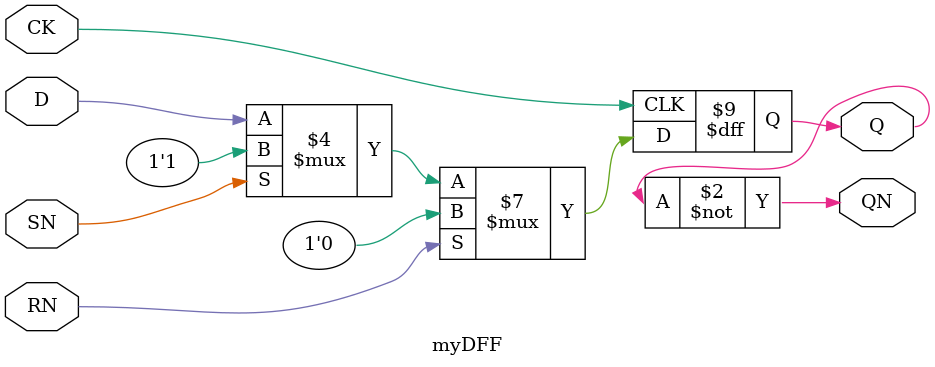
<source format=v>
module myDFF (CK, D, RN, SN, Q, QN);
input  CK ;
input  D ;
input  RN ;
input  SN ;
output Q ;
output QN ;
reg Q;

always @ (posedge CK) begin
    if (RN) begin
        Q <= 1'b0;
    end else if (SN) begin
        Q <= 1'b1;
    end else begin
        Q <= D;
    end
end

assign QN = ~Q;

endmodule
</source>
